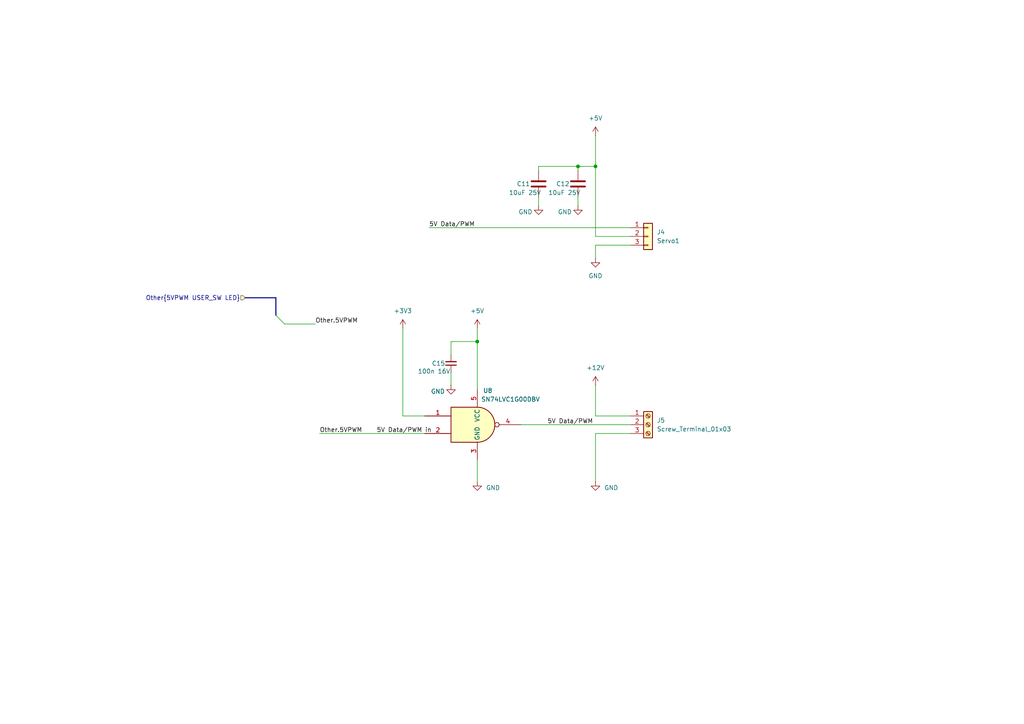
<source format=kicad_sch>
(kicad_sch (version 20231120) (generator "eeschema") (generator_version "8.0")
  (paper "A4")
  (title_block (date "2025-02-04") (rev "A") (company "Artem Horiunov") (comment 1 "DESIGNED IN POLAND"))
  (lib_symbols
    (symbol "74xGxx:SN74LVC1G00DBV"
      (property "Reference" "U" (at -5.08 7.62 0))
      (property "Value" "SN74LVC1G00DBV" (at 7.62 -7.62 0))
      (symbol "SN74LVC1G00DBV_0_1"
        (arc (start 0 -5.08) (mid 5.0579 0) (end 0 5.08) (stroke (width 0.254)) (fill (type background)))
        (polyline (pts (xy 0 -5.08) (xy -7.62 -5.08) (xy -7.62 5.08) (xy 0 5.08)) (stroke (width 0.254)) (fill (type background)))
      )
      (symbol "SN74LVC1G00DBV_1_1"
        (pin input line (at -15.24 2.54 0) (length 7.62) (name "~") (number "1"))
        (pin input line (at -15.24 -2.54 0) (length 7.62) (name "~") (number "2"))
        (pin power_in line (at 0 -10.16 90) (length 5.08) (name "GND") (number "3"))
        (pin output inverted (at 12.7 0 180) (length 7.62) (name "~") (number "4"))
        (pin power_in line (at 0 10.16 270) (length 5.08) (name "VCC") (number "5"))
      )
    )
    (symbol "Connector:Screw_Terminal_01x03" (pin_names (offset 1.016) hide)
      (property "Reference" "J" (at 0 5.08 0))
      (property "Value" "Screw_Terminal_01x03" (at 0 -5.08 0))
      (symbol "Screw_Terminal_01x03_1_1"
        (rectangle (start -1.27 3.81) (end 1.27 -3.81) (stroke (width 0.254)) (fill (type background)))
        (circle (center 0 -2.54) (radius 0.635) (stroke (width 0.1524)))
        (polyline (pts (xy -0.5334 -2.2098) (xy 0.3302 -3.048)) (stroke (width 0.1524)))
        (polyline (pts (xy -0.5334 0.3302) (xy 0.3302 -0.508)) (stroke (width 0.1524)))
        (polyline (pts (xy -0.5334 2.8702) (xy 0.3302 2.032)) (stroke (width 0.1524)))
        (polyline (pts (xy -0.3556 -2.032) (xy 0.508 -2.8702)) (stroke (width 0.1524)))
        (polyline (pts (xy -0.3556 0.508) (xy 0.508 -0.3302)) (stroke (width 0.1524)))
        (polyline (pts (xy -0.3556 3.048) (xy 0.508 2.2098)) (stroke (width 0.1524)))
        (circle (center 0 0) (radius 0.635) (stroke (width 0.1524)))
        (circle (center 0 2.54) (radius 0.635) (stroke (width 0.1524)))
        (pin passive line (at -5.08 2.54 0) (length 3.81) (name "Pin_1") (number "1"))
        (pin passive line (at -5.08 0 0) (length 3.81) (name "Pin_2") (number "2"))
        (pin passive line (at -5.08 -2.54 0) (length 3.81) (name "Pin_3") (number "3"))
      )
    )
    (symbol "Connector_Generic:Conn_01x03" (pin_names (offset 1.016) hide)
      (property "Reference" "J" (at 0 5.08 0))
      (property "Value" "Conn_01x03" (at 0 -5.08 0))
      (symbol "Conn_01x03_1_1"
        (rectangle (start -1.27 -2.413) (end 0 -2.667) (stroke (width 0.1524)))
        (rectangle (start -1.27 0.127) (end 0 -0.127) (stroke (width 0.1524)))
        (rectangle (start -1.27 2.667) (end 0 2.413) (stroke (width 0.1524)))
        (rectangle (start -1.27 3.81) (end 1.27 -3.81) (stroke (width 0.254)) (fill (type background)))
        (pin passive line (at -5.08 2.54 0) (length 3.81) (name "Pin_1") (number "1"))
        (pin passive line (at -5.08 0 0) (length 3.81) (name "Pin_2") (number "2"))
        (pin passive line (at -5.08 -2.54 0) (length 3.81) (name "Pin_3") (number "3"))
      )
    )
    (symbol "Device:C" (pin_numbers hide) (pin_names (offset 0.254))
      (property "Reference" "C" (at 0.635 2.54 0))
      (property "Value" "C" (at 0.635 -2.54 0))
      (symbol "C_0_1"
        (polyline (pts (xy -2.032 -0.762) (xy 2.032 -0.762)) (stroke (width 0.508)))
        (polyline (pts (xy -2.032 0.762) (xy 2.032 0.762)) (stroke (width 0.508)))
      )
      (symbol "C_1_1"
        (pin passive line (at 0 3.81 270) (length 2.794) (name "~") (number "1"))
        (pin passive line (at 0 -3.81 90) (length 2.794) (name "~") (number "2"))
      )
    )
    (symbol "Device:C_Small" (pin_numbers hide) (pin_names (offset 0.254) hide)
      (property "Reference" "C" (at 0.254 1.778 0))
      (property "Value" "C_Small" (at 0.254 -2.032 0))
      (symbol "C_Small_0_1"
        (polyline (pts (xy -1.524 -0.508) (xy 1.524 -0.508)) (stroke (width 0.3302)))
        (polyline (pts (xy -1.524 0.508) (xy 1.524 0.508)) (stroke (width 0.3048)))
      )
      (symbol "C_Small_1_1"
        (pin passive line (at 0 2.54 270) (length 2.032) (name "~") (number "1"))
        (pin passive line (at 0 -2.54 90) (length 2.032) (name "~") (number "2"))
      )
    )
    (symbol "power:+3V3" (power) (pin_numbers hide) (pin_names (offset 0) hide)
      (property "Value" "+3V3" (at 0 3.556 0))
      (symbol "+3V3_0_1"
        (polyline (pts (xy -0.762 1.27) (xy 0 2.54)))
        (polyline (pts (xy 0 0) (xy 0 2.54)))
        (polyline (pts (xy 0 2.54) (xy 0.762 1.27)))
      )
      (symbol "+3V3_1_1"
        (pin power_in line (at 0 0 90) (length 0) (name "~") (number "1"))
      )
    )
    (symbol "power:+5V" (power) (pin_numbers hide) (pin_names (offset 0) hide)
      (property "Value" "+5V" (at 0 3.556 0))
      (symbol "+5V_0_1"
        (polyline (pts (xy -0.762 1.27) (xy 0 2.54)))
        (polyline (pts (xy 0 0) (xy 0 2.54)))
        (polyline (pts (xy 0 2.54) (xy 0.762 1.27)))
      )
      (symbol "+5V_1_1"
        (pin power_in line (at 0 0 90) (length 0) (name "~") (number "1"))
      )
    )
    (symbol "power:GND" (power) (pin_numbers hide) (pin_names (offset 0) hide)
      (property "Value" "GND" (at 0 -3.81 0))
      (symbol "GND_0_1"
        (polyline (pts (xy 0 0) (xy 0 -1.27) (xy 1.27 -1.27) (xy 0 -2.54) (xy -1.27 -1.27) (xy 0 -1.27)))
      )
      (symbol "GND_1_1"
        (pin power_in line (at 0 0 270) (length 0) (name "~") (number "1"))
      )
    )
  )
  (junction (at 172.72 48.26))
  (junction (at 167.64 48.26))
  (junction (at 138.43 99.06))
  (bus_entry (at 80.01 91.44) (size 2.54 2.54))
  (wire (pts (xy 124.46 66.04) (xy 182.88 66.04)))
  (wire (pts (xy 167.64 48.26) (xy 156.21 48.26)))
  (wire (pts (xy 182.88 125.73) (xy 172.72 125.73)))
  (wire (pts (xy 138.43 133.35) (xy 138.43 139.7)))
  (wire (pts (xy 156.21 57.15) (xy 156.21 59.69)))
  (wire (pts (xy 172.72 71.12) (xy 182.88 71.12)))
  (wire (pts (xy 151.13 123.19) (xy 182.88 123.19)))
  (wire (pts (xy 172.72 68.58) (xy 182.88 68.58)))
  (wire (pts (xy 116.84 120.65) (xy 123.19 120.65)))
  (wire (pts (xy 130.81 99.06) (xy 138.43 99.06)))
  (wire (pts (xy 92.71 125.73) (xy 123.19 125.73)))
  (wire (pts (xy 172.72 39.37) (xy 172.72 48.26)))
  (wire (pts (xy 138.43 95.25) (xy 138.43 99.06)))
  (wire (pts (xy 172.72 48.26) (xy 167.64 48.26)))
  (bus (pts (xy 80.01 86.36) (xy 80.01 91.44)))
  (wire (pts (xy 167.64 48.26) (xy 167.64 49.53)))
  (wire (pts (xy 82.55 93.98) (xy 91.44 93.98)))
  (wire (pts (xy 182.88 120.65) (xy 172.72 120.65)))
  (wire (pts (xy 172.72 74.93) (xy 172.72 71.12)))
  (wire (pts (xy 156.21 48.26) (xy 156.21 49.53)))
  (wire (pts (xy 172.72 111.76) (xy 172.72 120.65)))
  (wire (pts (xy 116.84 95.25) (xy 116.84 120.65)))
  (wire (pts (xy 167.64 57.15) (xy 167.64 59.69)))
  (wire (pts (xy 130.81 107.95) (xy 130.81 111.76)))
  (wire (pts (xy 130.81 99.06) (xy 130.81 102.87)))
  (wire (pts (xy 172.72 48.26) (xy 172.72 68.58)))
  (wire (pts (xy 138.43 99.06) (xy 138.43 113.03)))
  (bus (pts (xy 71.12 86.36) (xy 80.01 86.36)))
  (wire (pts (xy 172.72 125.73) (xy 172.72 139.7)))
  (label "5V Data{slash}PWM" (at 124.46 66.04 0))
  (label "5V Data{slash}PWM in" (at 109.22 125.73 0))
  (label "Other.5VPWM" (at 92.71 125.73 0))
  (label "Other.5VPWM" (at 91.44 93.98 0))
  (label "5V Data{slash}PWM" (at 158.75 123.19 0))
  (hierarchical_label "Other{5VPWM USER_SW LED}" (shape input) (at 71.12 86.36 180))
  (symbol (lib_id "Device:C_Small") (at 130.81 105.41 0) (mirror x) (unit 1)
    (property "Reference" "C15" (at 125.222 105.41 0) (effects (justify left)))
    (property "Value" "100n 16V" (at 121.158 107.696 0) (effects (justify left)))
    (property "Footprint" "Capacitor_SMD:C_0402_1005Metric" (effects (hide yes)))
    (property "Description" "Unpolarized capacitor, small symbol" (effects (hide yes)))
  )
  (symbol (lib_id "power:GND") (at 138.43 139.7 0) (unit 1)
    (property "Reference" "#PWR039" (effects (hide yes)))
    (property "Value" "GND" (at 143.002 141.478 0))
    (property "Description" "Power symbol creates a global label with name \"GND\" , ground" (effects (hide yes)))
  )
  (symbol (lib_id "power:GND") (at 167.64 59.69 0) (unit 1)
    (property "Reference" "#PWR025" (effects (hide yes)))
    (property "Value" "GND" (at 163.83 61.468 0))
  )
  (symbol (lib_id "power:+5V") (at 172.72 111.76 0) (unit 1)
    (property "Reference" "#PWR038" (effects (hide yes)))
    (property "Value" "+12V" (at 172.72 106.68 0))
    (property "Description" "Power symbol creates a global label with name \"+5V\"" (effects (hide yes)))
  )
  (symbol (lib_id "power:GND") (at 172.72 74.93 0) (unit 1)
    (property "Reference" "#PWR026" (effects (hide yes)))
    (property "Value" "GND" (at 172.72 80.01 0))
  )
  (symbol (lib_id "Device:C") (at 156.21 53.34 0) (unit 1)
    (property "Reference" "C11" (at 149.86 53.34 0) (effects (justify left)))
    (property "Value" "10uF 25V" (at 147.574 55.88 0) (effects (justify left)))
    (property "Footprint" "Resistor_SMD:R_0402_1005Metric" (effects (hide yes)))
    (property "Description" "Unpolarized capacitor" (effects (hide yes)))
  )
  (symbol (lib_id "power:+3V3") (at 116.84 95.25 0) (unit 1)
    (property "Reference" "#PWR035" (effects (hide yes)))
    (property "Value" "+3V3" (at 116.84 90.17 0))
    (property "Description" "Power symbol creates a global label with name \"+3V3\"" (effects (hide yes)))
  )
  (symbol (lib_id "Device:C") (at 167.64 53.34 0) (unit 1)
    (property "Reference" "C12" (at 161.29 53.34 0) (effects (justify left)))
    (property "Value" "10uF 25V" (at 159.004 55.88 0) (effects (justify left)))
    (property "Footprint" "Resistor_SMD:R_0402_1005Metric" (effects (hide yes)))
    (property "Description" "Unpolarized capacitor" (effects (hide yes)))
  )
  (symbol (lib_id "power:GND") (at 156.21 59.69 0) (unit 1)
    (property "Reference" "#PWR023" (effects (hide yes)))
    (property "Value" "GND" (at 152.4 61.468 0))
  )
  (symbol (lib_id "Connector_Generic:Conn_01x03") (at 187.96 68.58 0) (unit 1)
    (property "Reference" "J4" (at 190.5 67.31 0) (effects (justify left)))
    (property "Value" "Servo1" (at 190.5 69.85 0) (effects (justify left)))
    (property "Footprint" "Connector_PinHeader_2.54mm:PinHeader_1x03_P2.54mm_Vertical_SMD_Pin1Left" (effects (hide yes)))
  )
  (symbol (lib_id "74xGxx:SN74LVC1G00DBV") (at 138.43 123.19 0) (unit 1)
    (property "Reference" "U8" (at 141.478 113.284 0))
    (property "Value" "SN74LVC1G00DBV" (at 148.082 115.824 0))
    (property "Footprint" "Package_TO_SOT_SMD:SOT-23-5" (effects (hide yes)))
    (property "Datasheet" "http://www.ti.com/lit/ds/symlink/sn74lvc1g00.pdf" (effects (hide yes)))
    (property "Description" "Single NAND Gate, Low-Voltage CMOS, SOT-23" (effects (hide yes)))
  )
  (symbol (lib_id "power:+5V") (at 172.72 39.37 0) (unit 1)
    (property "Reference" "#PWR022" (effects (hide yes)))
    (property "Value" "+5V" (at 172.72 34.29 0))
    (property "Description" "Power symbol creates a global label with name \"+5V\"" (effects (hide yes)))
  )
  (symbol (lib_id "power:GND") (at 172.72 139.7 0) (unit 1)
    (property "Reference" "#PWR040" (effects (hide yes)))
    (property "Value" "GND" (at 177.292 141.478 0))
    (property "Description" "Power symbol creates a global label with name \"GND\" , ground" (effects (hide yes)))
  )
  (symbol (lib_id "power:GND") (at 130.81 111.76 0) (unit 1)
    (property "Reference" "#PWR037" (effects (hide yes)))
    (property "Value" "GND" (at 127 113.538 0))
    (property "Description" "Power symbol creates a global label with name \"GND\" , ground" (effects (hide yes)))
  )
  (symbol (lib_id "Connector:Screw_Terminal_01x03") (at 187.96 123.19 0) (unit 1)
    (property "Reference" "J5" (at 190.5 121.92 0) (effects (justify left)))
    (property "Value" "Screw_Terminal_01x03" (at 190.5 124.46 0) (effects (justify left)))
    (property "Footprint" "TerminalBlock:TerminalBlock_Altech_AK300-3_P5.00mm" (effects (hide yes)))
    (property "Description" "Generic screw terminal, single row, 01x03, script generated (kicad-library-utils/schlib/autogen/connector/)" (effects (hide yes)))
  )
  (symbol (lib_id "power:+5V") (at 138.43 95.25 0) (unit 1)
    (property "Reference" "#PWR036" (effects (hide yes)))
    (property "Value" "+5V" (at 138.43 90.17 0))
    (property "Description" "Power symbol creates a global label with name \"+5V\"" (effects (hide yes)))
  )
)
</source>
